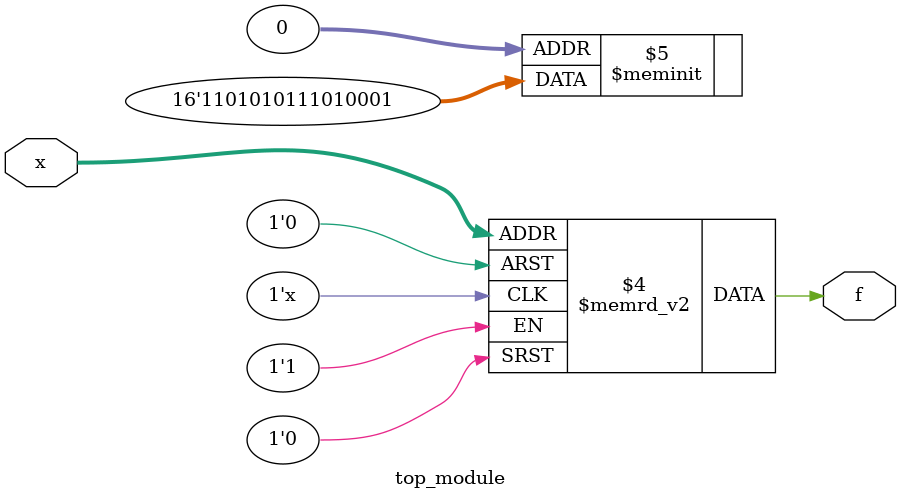
<source format=sv>
module top_module (
    input [4:1] x,
    output logic f
);

always_comb begin
    case (x)
        4'b0000, 4'b1010, 4'b1100, 4'b1110: f = 1'b1;
        4'b0001, 4'b0010, 4'b0011, 4'b0101, 4'b1001, 4'b1011, 4'b1101: f = 1'b0;
        4'b0111, 4'b1111, 4'b0100, 4'b0110, 4'b1000: f = 1'b1;
        default: f = 1'bx;
    endcase
end

endmodule

</source>
